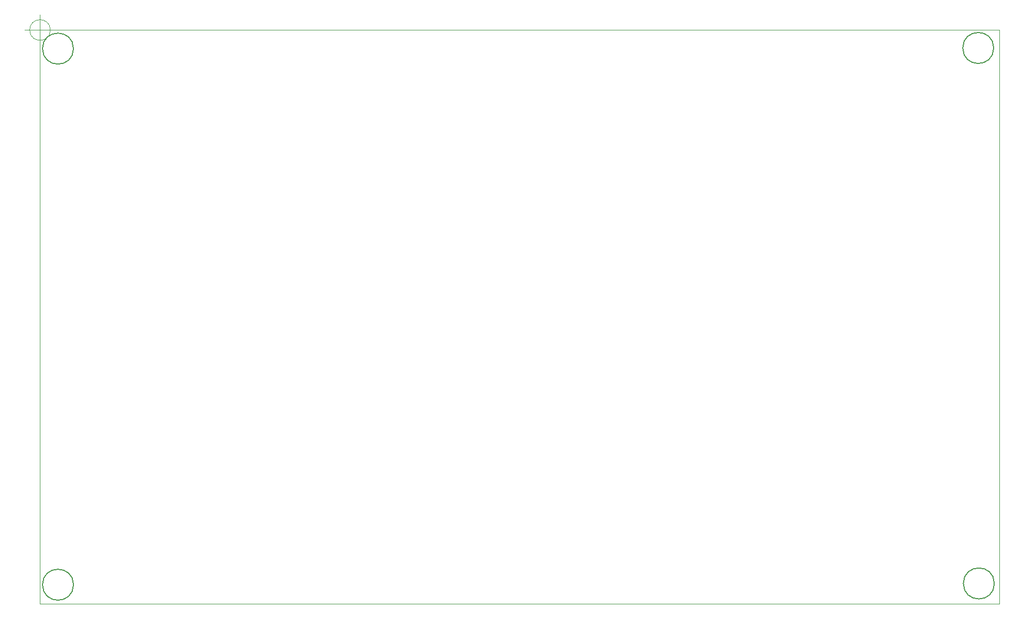
<source format=gbr>
%TF.GenerationSoftware,KiCad,Pcbnew,(5.1.8)-1*%
%TF.CreationDate,2021-06-08T09:03:09+02:00*%
%TF.ProjectId,Telerupteur_Recepteur_RF433_V2,54656c65-7275-4707-9465-75725f526563,V2*%
%TF.SameCoordinates,Original*%
%TF.FileFunction,Other,Comment*%
%FSLAX46Y46*%
G04 Gerber Fmt 4.6, Leading zero omitted, Abs format (unit mm)*
G04 Created by KiCad (PCBNEW (5.1.8)-1) date 2021-06-08 09:03:09*
%MOMM*%
%LPD*%
G01*
G04 APERTURE LIST*
%TA.AperFunction,Profile*%
%ADD10C,0.050000*%
%TD*%
%TA.AperFunction,Profile*%
%ADD11C,0.100000*%
%TD*%
%ADD12C,0.150000*%
G04 APERTURE END LIST*
D10*
X47566666Y-43200000D02*
G75*
G03*
X47566666Y-43200000I-1666666J0D01*
G01*
X43400000Y-43200000D02*
X48400000Y-43200000D01*
X45900000Y-40700000D02*
X45900000Y-45700000D01*
D11*
X200800000Y-43180000D02*
X200800000Y-135910000D01*
X45900000Y-43200000D02*
X200800000Y-43180000D01*
X45900000Y-135900000D02*
X45900000Y-43200000D01*
X200800000Y-135910000D02*
X45900000Y-135900000D01*
D12*
%TO.C,REF\u002A\u002A*%
X200000000Y-132600000D02*
G75*
G03*
X200000000Y-132600000I-2500000J0D01*
G01*
X199900000Y-46100000D02*
G75*
G03*
X199900000Y-46100000I-2500000J0D01*
G01*
X51300000Y-46200000D02*
G75*
G03*
X51300000Y-46200000I-2500000J0D01*
G01*
X51300000Y-132800000D02*
G75*
G03*
X51300000Y-132800000I-2500000J0D01*
G01*
%TD*%
M02*

</source>
